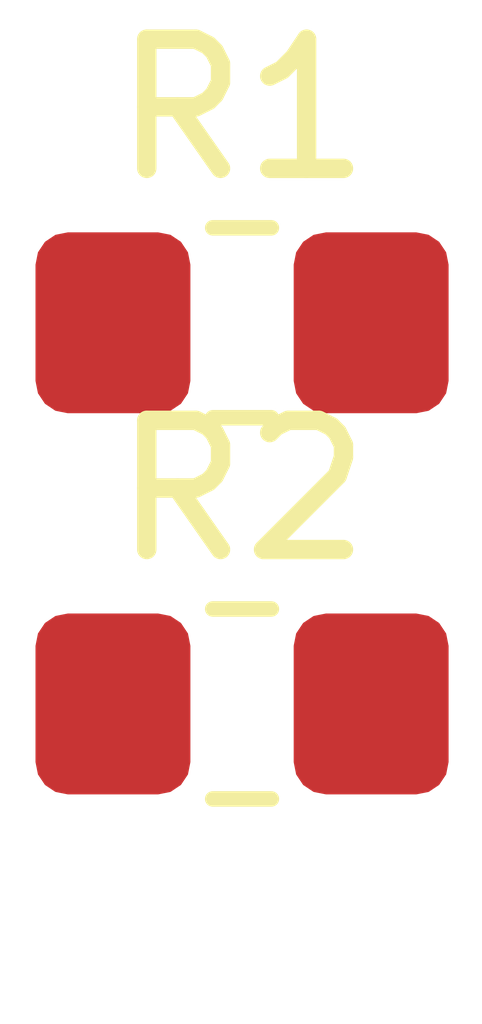
<source format=kicad_pcb>
(kicad_pcb (version 20240108) (generator "pcbnew") (generator_version "8.0")
  (layers (0 "F.Cu" signal) (31 "B.Cu" signal) (34 "B.Paste" user) (35 "F.Paste" user) (36 "B.SilkS" user "B.Silkscreen") (37 "F.SilkS" user "F.Silkscreen") (38 "B.Mask" user) (39 "F.Mask" user) (44 "Edge.Cuts" user))
  (net 0 "")
  (net 1 "Net-(R1-Pad2)")
  (net 2 "Net-(R1-Pad1)")
  (footprint "Resistor_SMD:R_0805_2012Metric_Pad1.20x1.40mm_HandSolder" (layer "F.Cu") (at 100 64.55)
    (property "Reference" "R1" (at 0 -1.65 0) (layer "F.SilkS"))
    (property "Value" "R")
    (fp_line (start -0.227064 -0.735) (end 0.227064 -0.735) (stroke (width 0.12)) (layer "F.SilkS"))
    (fp_line (start -0.227064 0.735) (end 0.227064 0.735) (stroke (width 0.12)) (layer "F.SilkS"))
    (pad "1" smd roundrect (at -1 0) (size 1.2 1.4) (layers "F.Cu" "F.Paste" "F.Mask") (roundrect_rratio 0.208333) (net 2 "Net-(R1-Pad1)"))
    (pad "2" smd roundrect (at 1 0) (size 1.2 1.4) (layers "F.Cu" "F.Paste" "F.Mask") (roundrect_rratio 0.208333) (net 1 "Net-(R1-Pad2)"))
  )
  (footprint "Resistor_SMD:R_0805_2012Metric_Pad1.20x1.40mm_HandSolder" (layer "F.Cu") (at 100 67.5)
    (property "Reference" "R2" (at 0 -1.65 0) (layer "F.SilkS"))
    (property "Value" "R")
    (fp_line (start -0.227064 -0.735) (end 0.227064 -0.735) (stroke (width 0.12)) (layer "F.SilkS"))
    (fp_line (start -0.227064 0.735) (end 0.227064 0.735) (stroke (width 0.12)) (layer "F.SilkS"))
    (pad "1" smd roundrect (at -1 0) (size 1.2 1.4) (layers "F.Cu" "F.Paste" "F.Mask") (roundrect_rratio 0.208333) (net 2 "Net-(R1-Pad1)"))
    (pad "2" smd roundrect (at 1 0) (size 1.2 1.4) (layers "F.Cu" "F.Paste" "F.Mask") (roundrect_rratio 0.208333) (net 1 "Net-(R1-Pad2)"))
  )
)
</source>
